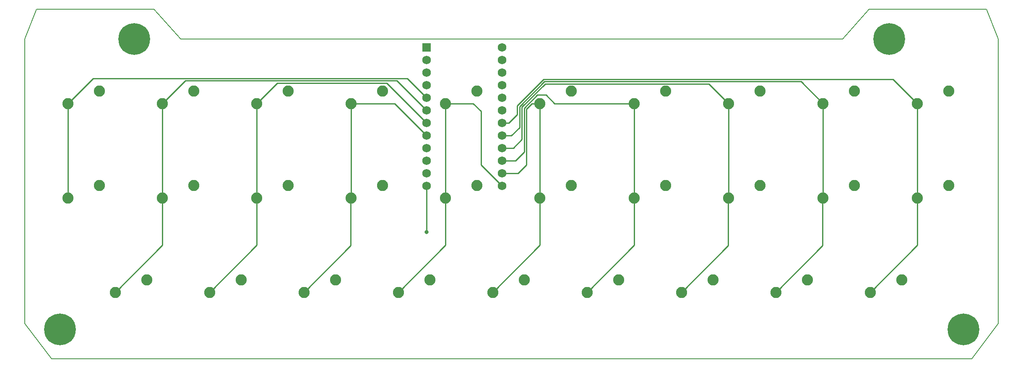
<source format=gbr>
G04 #@! TF.GenerationSoftware,KiCad,Pcbnew,(5.1.9)-1*
G04 #@! TF.CreationDate,2021-09-28T02:01:21-07:00*
G04 #@! TF.ProjectId,alphalpha rev2,616c7068-616c-4706-9861-20726576322e,rev?*
G04 #@! TF.SameCoordinates,Original*
G04 #@! TF.FileFunction,Copper,L1,Top*
G04 #@! TF.FilePolarity,Positive*
%FSLAX46Y46*%
G04 Gerber Fmt 4.6, Leading zero omitted, Abs format (unit mm)*
G04 Created by KiCad (PCBNEW (5.1.9)-1) date 2021-09-28 02:01:21*
%MOMM*%
%LPD*%
G01*
G04 APERTURE LIST*
G04 #@! TA.AperFunction,Profile*
%ADD10C,0.200000*%
G04 #@! TD*
G04 #@! TA.AperFunction,ComponentPad*
%ADD11C,2.250000*%
G04 #@! TD*
G04 #@! TA.AperFunction,ComponentPad*
%ADD12R,1.752600X1.752600*%
G04 #@! TD*
G04 #@! TA.AperFunction,ComponentPad*
%ADD13C,1.752600*%
G04 #@! TD*
G04 #@! TA.AperFunction,ConnectorPad*
%ADD14C,6.400000*%
G04 #@! TD*
G04 #@! TA.AperFunction,ComponentPad*
%ADD15C,3.600000*%
G04 #@! TD*
G04 #@! TA.AperFunction,ViaPad*
%ADD16C,0.800000*%
G04 #@! TD*
G04 #@! TA.AperFunction,Conductor*
%ADD17C,0.250000*%
G04 #@! TD*
G04 APERTURE END LIST*
D10*
X47481250Y-13000000D02*
X181118750Y-13000000D01*
X186500000Y-7000000D02*
X181118750Y-13000000D01*
X186500000Y-7000000D02*
X210168750Y-7000000D01*
X212550000Y-13000000D02*
X210168750Y-7000000D01*
X42100000Y-7000000D02*
X47481250Y-13000000D01*
X16050000Y-13000000D02*
X18431250Y-7000000D01*
X207168750Y-77521000D02*
X212550000Y-70389750D01*
X16050000Y-70389750D02*
X21431250Y-77521000D01*
X18431250Y-7000000D02*
X42100000Y-7000000D01*
X212550000Y-13000000D02*
X212550000Y-70389750D01*
X207168750Y-77521000D02*
X21431250Y-77521000D01*
X16050000Y-70389750D02*
X16050000Y-13000000D01*
D11*
X31115000Y-23495000D03*
X24765000Y-26035000D03*
X50165000Y-23495000D03*
X43815000Y-26035000D03*
X69215000Y-23495000D03*
X62865000Y-26035000D03*
X88265000Y-23495000D03*
X81915000Y-26035000D03*
X107315000Y-23495000D03*
X100965000Y-26035000D03*
X126365000Y-23495000D03*
X120015000Y-26035000D03*
X145415000Y-23495000D03*
X139065000Y-26035000D03*
X164465000Y-23495000D03*
X158115000Y-26035000D03*
X183515000Y-23495000D03*
X177165000Y-26035000D03*
X202565000Y-23495000D03*
X196215000Y-26035000D03*
X31115000Y-42545000D03*
X24765000Y-45085000D03*
X50165000Y-42545000D03*
X43815000Y-45085000D03*
X69215000Y-42545000D03*
X62865000Y-45085000D03*
X88265000Y-42545000D03*
X81915000Y-45085000D03*
X107315000Y-42545000D03*
X100965000Y-45085000D03*
X126365000Y-42545000D03*
X120015000Y-45085000D03*
X145415000Y-42545000D03*
X139065000Y-45085000D03*
X164465000Y-42545000D03*
X158115000Y-45085000D03*
X183515000Y-42545000D03*
X177165000Y-45085000D03*
X202565000Y-42545000D03*
X196215000Y-45085000D03*
X40640000Y-61595000D03*
X34290000Y-64135000D03*
X59690000Y-61595000D03*
X53340000Y-64135000D03*
X78740000Y-61595000D03*
X72390000Y-64135000D03*
X97790000Y-61595000D03*
X91440000Y-64135000D03*
X116840000Y-61595000D03*
X110490000Y-64135000D03*
X135890000Y-61595000D03*
X129540000Y-64135000D03*
X154940000Y-61595000D03*
X148590000Y-64135000D03*
X173990000Y-61595000D03*
X167640000Y-64135000D03*
X193040000Y-61595000D03*
X186690000Y-64135000D03*
D12*
X97129600Y-14706600D03*
D13*
X97129600Y-17246600D03*
X97129600Y-19786600D03*
X97129600Y-22326600D03*
X97129600Y-24866600D03*
X97129600Y-27406600D03*
X97129600Y-29946600D03*
X97129600Y-32486600D03*
X97129600Y-35026600D03*
X97129600Y-37566600D03*
X97129600Y-40106600D03*
X112369600Y-42646600D03*
X112369600Y-40106600D03*
X112369600Y-37566600D03*
X112369600Y-35026600D03*
X112369600Y-32486600D03*
X112369600Y-29946600D03*
X112369600Y-27406600D03*
X112369600Y-24866600D03*
X112369600Y-22326600D03*
X112369600Y-19786600D03*
X112369600Y-17246600D03*
X97129600Y-42646600D03*
X112369600Y-14706600D03*
D14*
X205500000Y-71580000D03*
D15*
X205500000Y-71580000D03*
D14*
X23100000Y-71580000D03*
D15*
X23100000Y-71580000D03*
D14*
X190500000Y-13000000D03*
D15*
X190500000Y-13000000D03*
D14*
X38100000Y-13000000D03*
D15*
X38100000Y-13000000D03*
D16*
X97129600Y-51968400D03*
D17*
X24765000Y-45085000D02*
X24765000Y-26035000D01*
X24765000Y-26035000D02*
X29819600Y-20980400D01*
X93243400Y-20980400D02*
X97129600Y-24866600D01*
X29819600Y-20980400D02*
X93243400Y-20980400D01*
X43815000Y-54610000D02*
X43815000Y-45085000D01*
X34290000Y-64135000D02*
X43815000Y-54610000D01*
X43815000Y-45085000D02*
X43815000Y-26035000D01*
X43815000Y-26035000D02*
X48419589Y-21430411D01*
X48419589Y-21430411D02*
X91153411Y-21430411D01*
X91153411Y-21430411D02*
X97129600Y-27406600D01*
X62865000Y-54610000D02*
X62865000Y-45085000D01*
X53340000Y-64135000D02*
X62865000Y-54610000D01*
X62865000Y-45085000D02*
X62865000Y-26035000D01*
X89063422Y-21880422D02*
X96253301Y-29070301D01*
X62865000Y-26035000D02*
X67019578Y-21880422D01*
X67019578Y-21880422D02*
X89063422Y-21880422D01*
X96253301Y-29070301D02*
X97129600Y-29946600D01*
X81845001Y-45154999D02*
X81915000Y-45085000D01*
X81845001Y-54679999D02*
X81845001Y-45154999D01*
X72390000Y-64135000D02*
X81845001Y-54679999D01*
X81915000Y-45085000D02*
X81915000Y-26035000D01*
X90678000Y-26035000D02*
X97129600Y-32486600D01*
X81915000Y-26035000D02*
X90678000Y-26035000D01*
X100965000Y-54610000D02*
X100965000Y-45085000D01*
X91440000Y-64135000D02*
X100965000Y-54610000D01*
X100965000Y-28068998D02*
X100965000Y-26035000D01*
X100965000Y-45085000D02*
X100965000Y-28068998D01*
X108102400Y-38379400D02*
X112369600Y-42646600D01*
X108102400Y-27584400D02*
X108102400Y-38379400D01*
X106553000Y-26035000D02*
X108102400Y-27584400D01*
X100965000Y-26035000D02*
X106553000Y-26035000D01*
X120015000Y-54610000D02*
X120015000Y-45085000D01*
X110490000Y-64135000D02*
X120015000Y-54610000D01*
X120015000Y-28068998D02*
X120015000Y-26035000D01*
X120015000Y-45085000D02*
X120015000Y-28068998D01*
X117297200Y-27161810D02*
X117297200Y-38379400D01*
X115570000Y-40106600D02*
X112369600Y-40106600D01*
X118424010Y-26035000D02*
X117297200Y-27161810D01*
X117297200Y-38379400D02*
X115570000Y-40106600D01*
X120015000Y-26035000D02*
X118424010Y-26035000D01*
X139065000Y-54610000D02*
X139065000Y-45085000D01*
X129540000Y-64135000D02*
X139065000Y-54610000D01*
X139065000Y-45085000D02*
X139065000Y-26035000D01*
X115062000Y-37566600D02*
X112369600Y-37566600D01*
X116847189Y-26975410D02*
X116847189Y-35781411D01*
X121234200Y-24307800D02*
X119514799Y-24307800D01*
X116847189Y-35781411D02*
X115062000Y-37566600D01*
X119514799Y-24307800D02*
X116847189Y-26975410D01*
X122961400Y-26035000D02*
X121234200Y-24307800D01*
X139065000Y-26035000D02*
X122961400Y-26035000D01*
X158045001Y-45154999D02*
X158115000Y-45085000D01*
X158045001Y-54679999D02*
X158045001Y-45154999D01*
X148590000Y-64135000D02*
X158045001Y-54679999D01*
X158115000Y-45085000D02*
X158115000Y-26035000D01*
X154124999Y-22044999D02*
X158115000Y-26035000D01*
X121112221Y-22044999D02*
X154124999Y-22044999D01*
X116397178Y-26760042D02*
X121112221Y-22044999D01*
X116397178Y-33259622D02*
X116397178Y-26760042D01*
X114630200Y-35026600D02*
X116397178Y-33259622D01*
X112369600Y-35026600D02*
X114630200Y-35026600D01*
X177165000Y-26035000D02*
X177165000Y-45085000D01*
X177095001Y-45154999D02*
X177165000Y-45085000D01*
X177095001Y-54679999D02*
X177095001Y-45154999D01*
X167640000Y-64135000D02*
X177095001Y-54679999D01*
X172724990Y-21594990D02*
X177165000Y-26035000D01*
X120925820Y-21594990D02*
X172724990Y-21594990D01*
X115900201Y-26620609D02*
X120925820Y-21594990D01*
X115900201Y-30835599D02*
X115900201Y-26620609D01*
X114249200Y-32486600D02*
X115900201Y-30835599D01*
X112369600Y-32486600D02*
X114249200Y-32486600D01*
X196215000Y-54610000D02*
X196215000Y-45085000D01*
X186690000Y-64135000D02*
X196215000Y-54610000D01*
X196215000Y-45085000D02*
X196215000Y-26035000D01*
X191324979Y-21144979D02*
X196215000Y-26035000D01*
X120739421Y-21144979D02*
X191324979Y-21144979D01*
X115450190Y-26434210D02*
X120739421Y-21144979D01*
X115450190Y-28237610D02*
X115450190Y-26434210D01*
X113741200Y-29946600D02*
X115450190Y-28237610D01*
X112369600Y-29946600D02*
X113741200Y-29946600D01*
X97129600Y-42646600D02*
X97129600Y-51968400D01*
M02*

</source>
